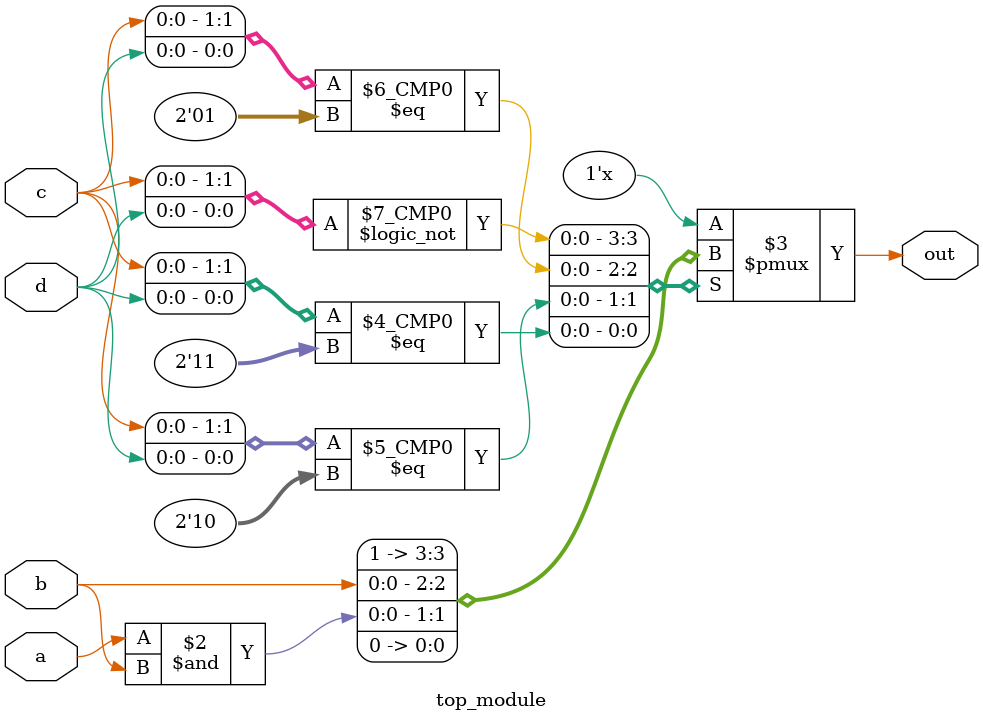
<source format=sv>
module top_module (
    input a,
    input b,
    input c,
    input d,
    output out
);
    reg out;
    
    always @(*)
    begin
        case ({c,d})
            2'b00: out = 1'b1;
            2'b01: out = b;
            2'b10: out = a & b;
            2'b11: out = 1'b0;
        endcase
    end
    
endmodule

</source>
